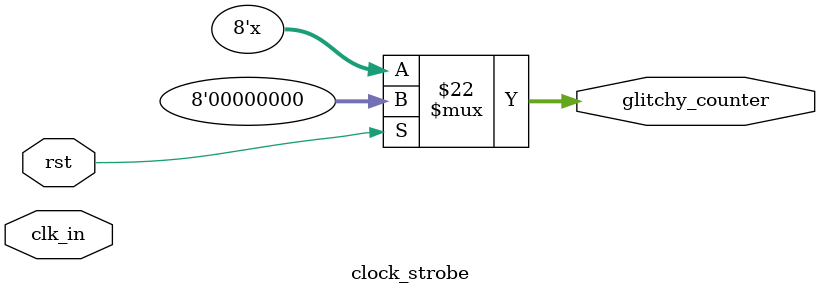
<source format=v>
`timescale 1ns / 1ps
module clock_gen(
    input clk_in,
    input rst,
    output clk_div_2,
    output clk_div_4,
    output clk_div_8,
    output clk_div_16,
    output clk_div_28,
    output clk_div_5,
    output [7:0] glitchy_counter
    );

clock_div_two task_one(
	.clk_in (clk_in),
	.rst (rst),
	.clk_div_2(clk_div_2),
	.clk_div_4(clk_div_4),
	.clk_div_8(clk_div_8),
	.clk_div_16(clk_div_16)
);

clock_div_twenty_eight task_two(
	.clk_in (clk_in),
	.rst (rst),
	.clk_div_28(clk_div_28)
);

clock_div_five task_three(
	.clk_in (clk_in),
	.rst (rst),
	.clock_div_5(clk_div_5)
);

clock_strobe task_four(
	.clk_in (clk_in),
	.rst (rst),
	.glitchy_counter (glitchy_counter)
);


endmodule


module clock_div_two(
    input clk_in,
    input rst,
    output clk_div_2,
    output clk_div_4,
    output clk_div_8,
    output clk_div_16
    );


reg [3:0] count;

//run on clock posedge
always @ (posedge clk_in)
begin
	if (rst)   //if reset
		count <= 4'b0000;  //set counter to 0
	else    //else
		count <= count + 1'b1;   //increment counter by 1 bit
end

assign clk_div_2 = count[0];    //assign each clk_div one of the bits
assign clk_div_4 = count[1];
assign clk_div_8 = count[2];
assign clk_div_16 = count[3];

endmodule


module clock_div_twenty_eight(
    input clk_in,
    input rst,
    output clk_div_28
    );

//create 4 bit counter and a toggle
reg start;
reg toggle;
reg [3:0] count;

always @ (posedge clk_in)  //run on clock posedge
begin
	if (rst)   //if reset
		begin
			count <= 4'b0000;  //set counter to 0
			toggle <= 1'b0;
			start <= 1'b0;
		end
	else if ((start == 1) && (count == 14))   //at overflow
		begin
			count <= 4'b0001;
			toggle <= ~toggle;
		end
	else    //else
		begin
			count <= count + 1'b1;   //increment counter by 1 bit
			start <= 1'b1;
		end
end

assign clk_div_28 = toggle;

endmodule


module clock_div_five(
    input clk_in,
    input rst,
    output clock_div_5
    );


reg [2:0] count_pos;  //counter
reg [2:0] count_neg;  //counter
reg duty_pos;   //duty cycle for posedge
reg duty_neg;   //duty cycle for negedge
 
  
//toggle positive edge duty cycle
always @ (count_pos)
	begin
		if (rst)
			duty_pos <= 1'b0;
		else if (count_pos == 1)
			duty_pos <= ~duty_pos;
		else if (count_pos == 3)
			duty_pos <= ~duty_pos;
		else
			duty_pos <= duty_pos;
	end

//toggle negative edge duty cycle
always @ (count_neg)
	begin
		if (rst)
			duty_neg <= 1'b0;
		else if (count_neg == 1)
			duty_neg <= ~duty_neg;
		else if (count_neg == 3)
			duty_neg <= ~duty_neg;
		else
			duty_neg <= duty_neg;
	end

//counter for positive edge
always @ (posedge clk_in)
	begin
		if (rst)
			begin
				count_pos <= 1'b0;
				//duty_pos <= 1'b0;
			end
		else if (count_pos == 5)
			count_pos <= 1'b1;  //reset counter
		else
			count_pos <= count_pos + 1'b1;
	end

//counter for negative edge
always @ (negedge clk_in)
	begin
		if (rst)
			begin
				count_neg <= 1'b0;
				//duty_neg = 1'b0;
			end
		else if (count_neg == 5)
			count_neg <= 1'b1;  //reset counter
		else
			count_neg <= count_neg + 1'b1;
	end
	
//or duty cycles to divide clk_in
assign clock_div_5 = duty_pos | duty_neg;

endmodule


module clock_strobe(
    input clk_in,
    input rst,
    output reg [7:0] glitchy_counter
    );

reg [1:0] count;
reg duty_4;
reg start;


//create glitchy_counter
always @ (count)
	begin
		if (rst)
			begin
				//duty_4 <= 1'b0;
				glitchy_counter <= 7'b0000000;
				start <= 1'b0;
			end
		else if ((start == 1) && (count == 0))
			begin
				//duty_4 <= ~duty_4;
				glitchy_counter <= glitchy_counter - 5; 
			end
		else
			begin
				glitchy_counter <= glitchy_counter + 2;
				start <= 1'b1;
			end
	end

//count clock cycles
always @ (posedge clk_in)
	begin
		if (rst)
				count <= 2'b00;
		else
				count <= count + 1'b1;
	end


endmodule

</source>
